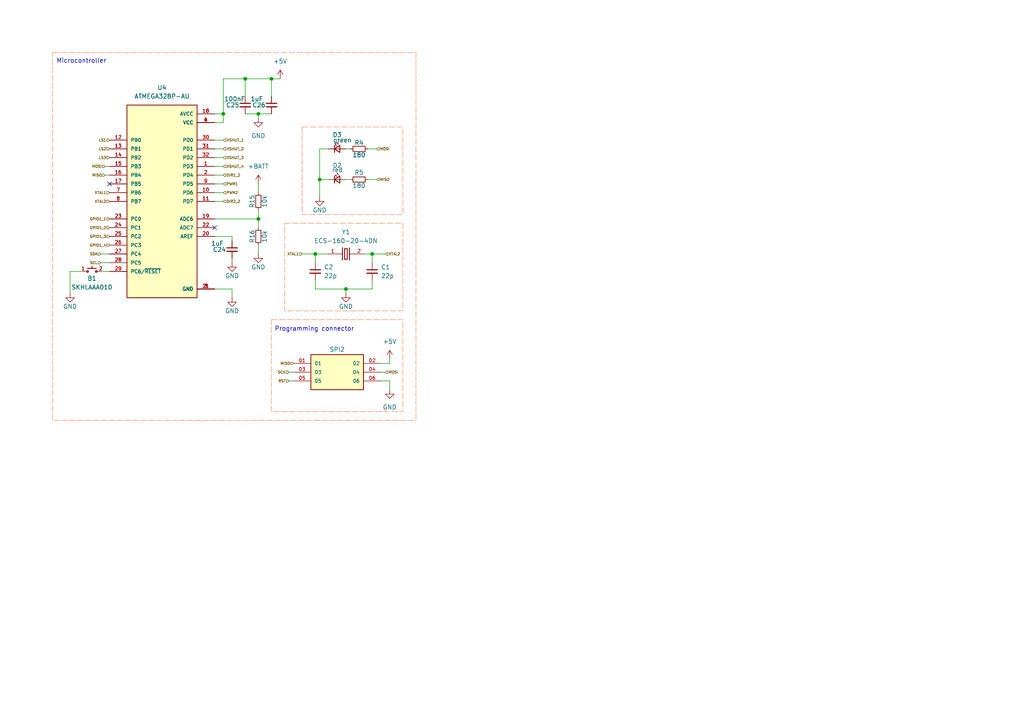
<source format=kicad_sch>
(kicad_sch (version 20231120) (generator "eeschema") (generator_version "8.0")
  (paper "A4")
  (lib_symbols
    (symbol "ATMEGA328P-AU:ATMEGA328P-AU" (pin_names (offset 1.016))
      (property "Reference" "U" (at -10.1755 29.2546 0))
      (property "Value" "ATMEGA328P-AU" (at -10.1669 -31.7714 0))
      (symbol "ATMEGA328P-AU_0_0"
        (rectangle (start -10.16 -27.94) (end 10.16 27.94) (stroke (width 0.254)) (fill (type background)))
        (pin bidirectional line (at 15.24 10.16 180) (length 5.08) (name "PD3") (number "1"))
        (pin bidirectional line (at 15.24 2.54 180) (length 5.08) (name "PD6") (number "10"))
        (pin bidirectional line (at 15.24 0 180) (length 5.08) (name "PD7") (number "11"))
        (pin bidirectional line (at -15.24 17.78 0) (length 5.08) (name "PB0") (number "12"))
        (pin bidirectional line (at -15.24 15.24 0) (length 5.08) (name "PB1") (number "13"))
        (pin bidirectional line (at -15.24 12.7 0) (length 5.08) (name "PB2") (number "14"))
        (pin bidirectional line (at -15.24 10.16 0) (length 5.08) (name "PB3") (number "15"))
        (pin bidirectional line (at -15.24 7.62 0) (length 5.08) (name "PB4") (number "16"))
        (pin bidirectional line (at -15.24 5.08 0) (length 5.08) (name "PB5") (number "17"))
        (pin power_in line (at 15.24 25.4 180) (length 5.08) (name "AVCC") (number "18"))
        (pin bidirectional line (at 15.24 -5.08 180) (length 5.08) (name "ADC6") (number "19"))
        (pin bidirectional line (at 15.24 7.62 180) (length 5.08) (name "PD4") (number "2"))
        (pin input line (at 15.24 -10.16 180) (length 5.08) (name "AREF") (number "20"))
        (pin power_in line (at 15.24 -25.4 180) (length 5.08) (name "GND") (number "21"))
        (pin bidirectional line (at 15.24 -7.62 180) (length 5.08) (name "ADC7") (number "22"))
        (pin bidirectional line (at -15.24 -5.08 0) (length 5.08) (name "PC0") (number "23"))
        (pin bidirectional line (at -15.24 -7.62 0) (length 5.08) (name "PC1") (number "24"))
        (pin bidirectional line (at -15.24 -10.16 0) (length 5.08) (name "PC2") (number "25"))
        (pin bidirectional line (at -15.24 -12.7 0) (length 5.08) (name "PC3") (number "26"))
        (pin bidirectional line (at -15.24 -15.24 0) (length 5.08) (name "PC4") (number "27"))
        (pin bidirectional line (at -15.24 -17.78 0) (length 5.08) (name "PC5") (number "28"))
        (pin bidirectional line (at -15.24 -20.32 0) (length 5.08) (name "PC6/~{RESET}") (number "29"))
        (pin power_in line (at 15.24 -25.4 180) (length 5.08) (name "GND") (number "3"))
        (pin bidirectional line (at 15.24 17.78 180) (length 5.08) (name "PD0") (number "30"))
        (pin bidirectional line (at 15.24 15.24 180) (length 5.08) (name "PD1") (number "31"))
        (pin bidirectional line (at 15.24 12.7 180) (length 5.08) (name "PD2") (number "32"))
        (pin power_in line (at 15.24 22.86 180) (length 5.08) (name "VCC") (number "4"))
        (pin power_in line (at 15.24 -25.4 180) (length 5.08) (name "GND") (number "5"))
        (pin power_in line (at 15.24 22.86 180) (length 5.08) (name "VCC") (number "6"))
        (pin bidirectional line (at -15.24 2.54 0) (length 5.08) (name "PB6") (number "7"))
        (pin bidirectional line (at -15.24 0 0) (length 5.08) (name "PB7") (number "8"))
        (pin bidirectional line (at 15.24 5.08 180) (length 5.08) (name "PD5") (number "9"))
      )
    )
    (symbol "Device:C_Small" (pin_numbers hide) (pin_names (offset 0.254) hide)
      (property "Reference" "C" (at 0.254 1.778 0))
      (property "Value" "C_Small" (at 0.254 -2.032 0))
      (symbol "C_Small_0_1"
        (polyline (pts (xy -1.524 -0.508) (xy 1.524 -0.508)) (stroke (width 0.3302)))
        (polyline (pts (xy -1.524 0.508) (xy 1.524 0.508)) (stroke (width 0.3048)))
      )
      (symbol "C_Small_1_1"
        (pin passive line (at 0 2.54 270) (length 2.032) (name "~") (number "1"))
        (pin passive line (at 0 -2.54 90) (length 2.032) (name "~") (number "2"))
      )
    )
    (symbol "Device:LED_Small" (pin_numbers hide) (pin_names (offset 0.254) hide)
      (property "Reference" "D" (at -1.27 3.175 0))
      (property "Value" "LED_Small" (at -4.445 -2.54 0))
      (symbol "LED_Small_0_1"
        (polyline (pts (xy -0.762 -1.016) (xy -0.762 1.016)) (stroke (width 0.254)))
        (polyline (pts (xy 1.016 0) (xy -0.762 0)))
        (polyline (pts (xy 0.762 -1.016) (xy -0.762 0) (xy 0.762 1.016) (xy 0.762 -1.016)) (stroke (width 0.254)))
        (polyline (pts (xy 0 0.762) (xy -0.508 1.27) (xy -0.254 1.27) (xy -0.508 1.27) (xy -0.508 1.016)))
        (polyline (pts (xy 0.508 1.27) (xy 0 1.778) (xy 0.254 1.778) (xy 0 1.778) (xy 0 1.524)))
      )
      (symbol "LED_Small_1_1"
        (pin passive line (at -2.54 0 0) (length 1.778) (name "K") (number "1"))
        (pin passive line (at 2.54 0 180) (length 1.778) (name "A") (number "2"))
      )
    )
    (symbol "Device:R_Small" (pin_numbers hide) (pin_names (offset 0.254) hide)
      (property "Reference" "R" (at 0.762 0.508 0))
      (property "Value" "R_Small" (at 0.762 -1.016 0))
      (symbol "R_Small_0_1"
        (rectangle (start -0.762 1.778) (end 0.762 -1.778) (stroke (width 0.2032)))
      )
      (symbol "R_Small_1_1"
        (pin passive line (at 0 2.54 270) (length 0.762) (name "~") (number "1"))
        (pin passive line (at 0 -2.54 90) (length 0.762) (name "~") (number "2"))
      )
    )
    (symbol "ECS-160-20-4DN:ECS-160-20-4DN" (pin_names (offset 1.016))
      (property "Reference" "Y" (at -4.5769 2.2885 0))
      (property "Value" "ECS-160-20-4DN" (at -4.323 -4.5773 0))
      (symbol "ECS-160-20-4DN_0_0"
        (polyline (pts (xy -2.54 0) (xy -1.016 0)) (stroke (width 0.1524)))
        (polyline (pts (xy -1.016 1.778) (xy -1.016 -1.778)) (stroke (width 0.254)))
        (polyline (pts (xy -0.381 -1.524) (xy 0.381 -1.524)) (stroke (width 0.254)))
        (polyline (pts (xy -0.381 1.524) (xy -0.381 -1.524)) (stroke (width 0.254)))
        (polyline (pts (xy 0.381 -1.524) (xy 0.381 1.524)) (stroke (width 0.254)))
        (polyline (pts (xy 0.381 1.524) (xy -0.381 1.524)) (stroke (width 0.254)))
        (polyline (pts (xy 1.016 0) (xy 2.54 0)) (stroke (width 0.1524)))
        (polyline (pts (xy 1.016 1.778) (xy 1.016 -1.778)) (stroke (width 0.254)))
        (pin passive line (at -5.08 0 0) (length 2.54) (name "~") (number "1"))
        (pin passive line (at 5.08 0 180) (length 2.54) (name "~") (number "2"))
      )
    )
    (symbol "MTSW-103-23-F-D-230:MTSW-103-23-F-D-230" (pin_names (offset 1.016))
      (property "Reference" "J" (at -8.12 5.08 0))
      (property "Value" "MTSW-103-23-F-D-230" (at -7.62 -7.62 0))
      (symbol "MTSW-103-23-F-D-230_0_0"
        (rectangle (start -7.62 -5.08) (end 7.62 5.08) (stroke (width 0.254)) (fill (type background)))
        (pin passive line (at -12.7 2.54 0) (length 5.08) (name "01") (number "01"))
        (pin passive line (at 12.7 2.54 180) (length 5.08) (name "02") (number "02"))
        (pin passive line (at -12.7 0 0) (length 5.08) (name "03") (number "03"))
        (pin passive line (at 12.7 0 180) (length 5.08) (name "04") (number "04"))
        (pin passive line (at -12.7 -2.54 0) (length 5.08) (name "05") (number "05"))
        (pin passive line (at 12.7 -2.54 180) (length 5.08) (name "06") (number "06"))
      )
    )
    (symbol "SKHLAAA010:SKHLAAA010" (pin_names (offset 1.016))
      (property "Reference" "B" (at -2.5409 2.5409 0))
      (property "Value" "SKHLAAA010" (at -2.5427 -2.5427 0))
      (symbol "SKHLAAA010_0_0"
        (circle (center -1.27 0) (radius 0.254) (stroke (width 0.254)))
        (polyline (pts (xy -2.54 0) (xy -1.27 0)) (stroke (width 0.1524)))
        (polyline (pts (xy -1.27 0.889) (xy 0 0.889)) (stroke (width 0.254)))
        (polyline (pts (xy 0 0.889) (xy 0 1.524)) (stroke (width 0.254)))
        (polyline (pts (xy 0 0.889) (xy 1.27 0.889)) (stroke (width 0.254)))
        (polyline (pts (xy 1.27 0) (xy 2.54 0)) (stroke (width 0.1524)))
        (circle (center 1.27 0) (radius 0.254) (stroke (width 0.254)))
        (pin bidirectional line (at -2.54 0 0) (length 0) (name "~") (number "1"))
        (pin bidirectional line (at 2.54 0 180) (length 0) (name "~") (number "2"))
      )
    )
    (symbol "power:+5V" (power) (pin_numbers hide) (pin_names (offset 0) hide)
      (property "Value" "+5V" (at 0 3.556 0))
      (symbol "+5V_0_1"
        (polyline (pts (xy -0.762 1.27) (xy 0 2.54)))
        (polyline (pts (xy 0 0) (xy 0 2.54)))
        (polyline (pts (xy 0 2.54) (xy 0.762 1.27)))
      )
      (symbol "+5V_1_1"
        (pin power_in line (at 0 0 90) (length 0) (name "~") (number "1"))
      )
    )
    (symbol "power:+BATT" (power) (pin_numbers hide) (pin_names (offset 0) hide)
      (property "Value" "+BATT" (at 0 3.556 0))
      (symbol "+BATT_0_1"
        (polyline (pts (xy -0.762 1.27) (xy 0 2.54)))
        (polyline (pts (xy 0 0) (xy 0 2.54)))
        (polyline (pts (xy 0 2.54) (xy 0.762 1.27)))
      )
      (symbol "+BATT_1_1"
        (pin power_in line (at 0 0 90) (length 0) (name "~") (number "1"))
      )
    )
    (symbol "power:GND" (power) (pin_numbers hide) (pin_names (offset 0) hide)
      (property "Value" "GND" (at 0 -3.81 0))
      (symbol "GND_0_1"
        (polyline (pts (xy 0 0) (xy 0 -1.27) (xy 1.27 -1.27) (xy 0 -2.54) (xy -1.27 -1.27) (xy 0 -1.27)))
      )
      (symbol "GND_1_1"
        (pin power_in line (at 0 0 270) (length 0) (name "~") (number "1"))
      )
    )
  )
  (junction (at 78.74 22.86))
  (junction (at 91.44 73.66))
  (junction (at 74.93 33.02))
  (junction (at 92.71 52.07))
  (junction (at 74.93 63.5))
  (junction (at 100.33 83.82))
  (junction (at 107.95 73.66))
  (junction (at 64.77 33.02))
  (junction (at 71.12 22.86))
  (no_connect (at 62.23 66.04))
  (no_connect (at 31.75 53.34))
  (wire (pts (xy 62.23 45.72) (xy 64.77 45.72)))
  (wire (pts (xy 110.49 105.41) (xy 113.03 105.41)))
  (wire (pts (xy 92.71 52.07) (xy 92.71 57.15)))
  (wire (pts (xy 78.74 22.86) (xy 81.28 22.86)))
  (wire (pts (xy 62.23 48.26) (xy 64.77 48.26)))
  (wire (pts (xy 20.32 78.74) (xy 20.32 85.09)))
  (wire (pts (xy 64.77 22.86) (xy 64.77 33.02)))
  (wire (pts (xy 105.41 73.66) (xy 107.95 73.66)))
  (wire (pts (xy 29.21 76.2) (xy 31.75 76.2)))
  (wire (pts (xy 100.33 83.82) (xy 107.95 83.82)))
  (wire (pts (xy 67.31 74.93) (xy 67.31 76.2)))
  (wire (pts (xy 74.93 60.96) (xy 74.93 63.5)))
  (wire (pts (xy 92.71 43.18) (xy 92.71 52.07)))
  (wire (pts (xy 109.22 43.18) (xy 106.68 43.18)))
  (wire (pts (xy 62.23 68.58) (xy 67.31 68.58)))
  (wire (pts (xy 92.71 52.07) (xy 95.25 52.07)))
  (wire (pts (xy 91.44 81.28) (xy 91.44 83.82)))
  (wire (pts (xy 87.63 73.66) (xy 91.44 73.66)))
  (wire (pts (xy 30.48 48.26) (xy 31.75 48.26)))
  (wire (pts (xy 91.44 73.66) (xy 95.25 73.66)))
  (wire (pts (xy 71.12 22.86) (xy 78.74 22.86)))
  (wire (pts (xy 71.12 33.02) (xy 74.93 33.02)))
  (wire (pts (xy 64.77 22.86) (xy 71.12 22.86)))
  (wire (pts (xy 74.93 53.34) (xy 74.93 55.88)))
  (wire (pts (xy 113.03 104.14) (xy 113.03 105.41)))
  (wire (pts (xy 107.95 73.66) (xy 107.95 76.2)))
  (wire (pts (xy 62.23 63.5) (xy 74.93 63.5)))
  (wire (pts (xy 64.77 33.02) (xy 64.77 35.56)))
  (wire (pts (xy 29.21 78.74) (xy 31.75 78.74)))
  (wire (pts (xy 24.13 78.74) (xy 20.32 78.74)))
  (wire (pts (xy 64.77 35.56) (xy 62.23 35.56)))
  (wire (pts (xy 62.23 43.18) (xy 64.77 43.18)))
  (wire (pts (xy 74.93 71.12) (xy 74.93 73.66)))
  (wire (pts (xy 71.12 22.86) (xy 71.12 27.94)))
  (wire (pts (xy 113.03 110.49) (xy 113.03 113.03)))
  (wire (pts (xy 74.93 33.02) (xy 78.74 33.02)))
  (wire (pts (xy 91.44 83.82) (xy 100.33 83.82)))
  (wire (pts (xy 62.23 55.88) (xy 64.77 55.88)))
  (wire (pts (xy 107.95 73.66) (xy 111.76 73.66)))
  (wire (pts (xy 110.49 110.49) (xy 113.03 110.49)))
  (wire (pts (xy 62.23 50.8) (xy 64.77 50.8)))
  (wire (pts (xy 110.49 107.95) (xy 111.76 107.95)))
  (wire (pts (xy 62.23 83.82) (xy 67.31 83.82)))
  (wire (pts (xy 74.93 33.02) (xy 74.93 34.29)))
  (wire (pts (xy 62.23 33.02) (xy 64.77 33.02)))
  (wire (pts (xy 30.48 50.8) (xy 31.75 50.8)))
  (wire (pts (xy 109.22 52.07) (xy 106.68 52.07)))
  (wire (pts (xy 107.95 81.28) (xy 107.95 83.82)))
  (wire (pts (xy 95.25 43.18) (xy 92.71 43.18)))
  (wire (pts (xy 101.6 52.07) (xy 100.33 52.07)))
  (wire (pts (xy 91.44 76.2) (xy 91.44 73.66)))
  (wire (pts (xy 62.23 40.64) (xy 64.77 40.64)))
  (wire (pts (xy 74.93 63.5) (xy 74.93 66.04)))
  (wire (pts (xy 78.74 22.86) (xy 78.74 27.94)))
  (wire (pts (xy 100.33 43.18) (xy 101.6 43.18)))
  (wire (pts (xy 83.82 110.49) (xy 85.09 110.49)))
  (wire (pts (xy 67.31 68.58) (xy 67.31 69.85)))
  (wire (pts (xy 62.23 53.34) (xy 64.77 53.34)))
  (wire (pts (xy 67.31 83.82) (xy 67.31 86.36)))
  (wire (pts (xy 100.33 83.82) (xy 100.33 85.09)))
  (wire (pts (xy 62.23 58.42) (xy 64.77 58.42)))
  (wire (pts (xy 29.21 73.66) (xy 31.75 73.66)))
  (wire (pts (xy 83.82 107.95) (xy 85.09 107.95)))
  (rectangle (start 15.24 15.24) (end 120.65 121.92) (stroke (width 0) (type dash) (color 255 133 81 1)))
  (rectangle (start 82.55 64.77) (end 116.84 90.17) (stroke (width 0) (type dash) (color 255 133 81 1)))
  (rectangle (start 78.74 92.71) (end 116.84 119.38) (stroke (width 0) (type dash) (color 255 133 81 1)))
  (rectangle (start 87.63 36.83) (end 116.84 62.23) (stroke (width 0) (type dash) (color 255 133 81 1)))
  (text "Microcontroller\n" (at 23.622 17.78 0) (effects (font (size 1.27 1.27))))
  (text "Programming connector" (at 91.186 95.504 0) (effects (font (size 1.27 1.27))))
  (hierarchical_label "GPIO1_2" (shape input) (at 31.75 66.04 180) (effects (font (size 0.762 0.762))))
  (hierarchical_label "DIR2_2" (shape input) (at 64.77 58.42 0) (effects (font (size 0.762 0.762))))
  (hierarchical_label "XTAL1" (shape input) (at 87.63 73.66 180) (effects (font (size 0.762 0.762))))
  (hierarchical_label "PWM1" (shape input) (at 64.77 53.34 0) (effects (font (size 0.762 0.762))))
  (hierarchical_label "MOSI" (shape input) (at 109.22 43.18 0) (effects (font (size 0.762 0.762))))
  (hierarchical_label "XSHUT_3" (shape input) (at 64.77 45.72 0) (effects (font (size 0.762 0.762))))
  (hierarchical_label "PWM2" (shape input) (at 64.77 55.88 0) (effects (font (size 0.762 0.762))))
  (hierarchical_label "MISO" (shape input) (at 109.22 52.07 0) (effects (font (size 0.762 0.762))))
  (hierarchical_label "MOSI" (shape input) (at 111.76 107.95 0) (effects (font (size 0.762 0.762))))
  (hierarchical_label "MOSI" (shape input) (at 30.48 48.26 180) (effects (font (size 0.762 0.762))))
  (hierarchical_label "GPIO1_3" (shape input) (at 31.75 68.58 180) (effects (font (size 0.762 0.762))))
  (hierarchical_label "XTAL2" (shape input) (at 111.76 73.66 0) (effects (font (size 0.762 0.762))))
  (hierarchical_label "SCL" (shape input) (at 29.21 76.2 180) (effects (font (size 0.762 0.762))))
  (hierarchical_label "MISO" (shape input) (at 30.48 50.8 180) (effects (font (size 0.762 0.762))))
  (hierarchical_label "RST" (shape input) (at 83.82 110.49 180) (effects (font (size 0.762 0.762))))
  (hierarchical_label "GPIO1_4" (shape input) (at 31.75 71.12 180) (effects (font (size 0.762 0.762))))
  (hierarchical_label "SDA" (shape input) (at 29.21 73.66 180) (effects (font (size 0.762 0.762))))
  (hierarchical_label "SCK" (shape input) (at 83.82 107.95 180) (effects (font (size 0.762 0.762))))
  (hierarchical_label "GPIO1_1" (shape input) (at 31.75 63.5 180) (effects (font (size 0.762 0.762))))
  (hierarchical_label "XTAL2" (shape input) (at 31.75 58.42 180) (effects (font (size 0.762 0.762))))
  (hierarchical_label "LS3" (shape input) (at 31.75 45.72 180) (effects (font (size 0.762 0.762))))
  (hierarchical_label "XSHUT_4" (shape input) (at 64.77 48.26 0) (effects (font (size 0.762 0.762))))
  (hierarchical_label "DIR1_2" (shape input) (at 64.77 50.8 0) (effects (font (size 0.762 0.762))))
  (hierarchical_label "XSHUT_1" (shape input) (at 64.77 40.64 0) (effects (font (size 0.762 0.762))))
  (hierarchical_label "MISO" (shape input) (at 85.09 105.41 180) (effects (font (size 0.762 0.762))))
  (hierarchical_label "XTAL1" (shape input) (at 31.75 55.88 180) (effects (font (size 0.762 0.762))))
  (hierarchical_label "LS1" (shape input) (at 31.75 40.64 180) (effects (font (size 0.762 0.762))))
  (hierarchical_label "XSHUT_2" (shape input) (at 64.77 43.18 0) (effects (font (size 0.762 0.762))))
  (hierarchical_label "LS2" (shape input) (at 31.75 43.18 180) (effects (font (size 0.762 0.762))))
  (symbol (lib_id "ATMEGA328P-AU:ATMEGA328P-AU") (at 46.99 58.42 0) (unit 1)
    (property "Reference" "U4" (at 46.99 25.4 0))
    (property "Value" "ATMEGA328P-AU" (at 46.99 27.94 0))
    (property "Footprint" "ATMEGA328P-AU:QFP80P900X900X120-32N" (effects (hide yes)))
    (property "MF" "Microchip" (effects (hide yes)))
    (property "MAXIMUM_PACKAGE_HEIGHT" "1.20mm" (effects (hide yes)))
    (property "Package" "TQFP-32 Microchip" (effects (hide yes)))
    (property "Price" "None" (effects (hide yes)))
    (property "Check_prices" "https://www.snapeda.com/parts/ATMEGA328P-AU/Microchip/view-part/?ref=eda" (effects (hide yes)))
    (property "STANDARD" "IPC-7351B" (effects (hide yes)))
    (property "PARTREV" "8271A" (effects (hide yes)))
    (property "SnapEDA_Link" "https://www.snapeda.com/parts/ATMEGA328P-AU/Microchip/view-part/?ref=snap" (effects (hide yes)))
    (property "MP" "ATMEGA328P-AU" (effects (hide yes)))
    (property "Description_1" "\nAVR AVR® ATmega Microcontroller IC 8-Bit 20MHz 32KB (16K x 16) FLASH 32-TQFP (7x7)\n" (effects (hide yes)))
    (property "Availability" "In Stock" (effects (hide yes)))
    (property "MANUFACTURER" "Microchip" (effects (hide yes)))
  )
  (symbol (lib_id "Device:C_Small") (at 91.44 78.74 0) (unit 1)
    (property "Reference" "C2" (at 93.98 77.4762 0) (effects (justify left)))
    (property "Value" "22p" (at 93.98 80.0162 0) (effects (justify left)))
    (property "Description" "Unpolarized capacitor, small symbol" (effects (hide yes)))
  )
  (symbol (lib_id "power:GND") (at 67.31 86.36 0) (unit 1)
    (property "Reference" "#PWR046" (effects (hide yes)))
    (property "Value" "GND" (at 67.31 90.17 0))
    (property "Description" "Power symbol creates a global label with name \"GND\" , ground" (effects (hide yes)))
  )
  (symbol (lib_id "Device:R_Small") (at 74.93 68.58 180) (unit 1)
    (property "Reference" "R16" (at 73.152 68.58 90))
    (property "Value" "10k" (at 76.708 68.58 90))
    (property "Description" "Resistor, small symbol" (effects (hide yes)))
  )
  (symbol (lib_id "Device:C_Small") (at 71.12 30.48 0) (unit 1)
    (property "Reference" "C25" (at 65.532 30.48 0) (effects (justify left)))
    (property "Value" "100nF" (at 65.024 28.702 0) (effects (justify left)))
    (property "Description" "Unpolarized capacitor, small symbol" (effects (hide yes)))
  )
  (symbol (lib_id "Device:R_Small") (at 74.93 58.42 180) (unit 1)
    (property "Reference" "R15" (at 73.152 58.42 90))
    (property "Value" "10k" (at 76.708 58.42 90))
    (property "Description" "Resistor, small symbol" (effects (hide yes)))
  )
  (symbol (lib_id "Device:C_Small") (at 107.95 78.74 0) (unit 1)
    (property "Reference" "C1" (at 110.49 77.4762 0) (effects (justify left)))
    (property "Value" "22p" (at 110.49 80.0162 0) (effects (justify left)))
    (property "Description" "Unpolarized capacitor, small symbol" (effects (hide yes)))
  )
  (symbol (lib_id "Device:C_Small") (at 78.74 30.48 0) (unit 1)
    (property "Reference" "C26" (at 73.152 30.48 0) (effects (justify left)))
    (property "Value" "1uF" (at 72.644 28.702 0) (effects (justify left)))
    (property "Description" "Unpolarized capacitor, small symbol" (effects (hide yes)))
  )
  (symbol (lib_id "power:+BATT") (at 74.93 53.34 0) (unit 1)
    (property "Reference" "#PWR048" (effects (hide yes)))
    (property "Value" "+BATT" (at 74.93 48.26 0))
    (property "Description" "Power symbol creates a global label with name \"+BATT\"" (effects (hide yes)))
  )
  (symbol (lib_id "power:GND") (at 20.32 85.09 0) (unit 1)
    (property "Reference" "#PWR021" (effects (hide yes)))
    (property "Value" "GND" (at 20.32 88.9 0))
    (property "Description" "Power symbol creates a global label with name \"GND\" , ground" (effects (hide yes)))
  )
  (symbol (lib_id "power:GND") (at 74.93 34.29 0) (unit 1)
    (property "Reference" "#PWR047" (effects (hide yes)))
    (property "Value" "GND" (at 74.93 39.37 0))
    (property "Description" "Power symbol creates a global label with name \"GND\" , ground" (effects (hide yes)))
  )
  (symbol (lib_id "ECS-160-20-4DN:ECS-160-20-4DN") (at 100.33 73.66 0) (unit 1)
    (property "Reference" "Y1" (at 100.33 67.31 0))
    (property "Value" "ECS-160-20-4DN" (at 100.33 69.85 0))
    (property "Footprint" "ECS-160-20-4DN:XTAL_ECS-160-20-4DN" (effects (hide yes)))
    (property "MF" "ECS Inc." (effects (hide yes)))
    (property "Description_1" "\n16 MHz ±30ppm Crystal 20pF 40 Ohms HC-49/US\n" (effects (hide yes)))
    (property "Package" "HC-49US ECS Inc." (effects (hide yes)))
    (property "Price" "None" (effects (hide yes)))
    (property "SnapEDA_Link" "https://www.snapeda.com/parts/ECS-160-20-4DN/ECS+Inc./view-part/?ref=snap" (effects (hide yes)))
    (property "MP" "ECS-160-20-4DN" (effects (hide yes)))
    (property "Availability" "In Stock" (effects (hide yes)))
    (property "Check_prices" "https://www.snapeda.com/parts/ECS-160-20-4DN/ECS+Inc./view-part/?ref=eda" (effects (hide yes)))
  )
  (symbol (lib_id "Device:C_Small") (at 67.31 72.39 0) (unit 1)
    (property "Reference" "C24" (at 61.722 72.39 0) (effects (justify left)))
    (property "Value" "1uF" (at 61.214 70.612 0) (effects (justify left)))
    (property "Description" "Unpolarized capacitor, small symbol" (effects (hide yes)))
  )
  (symbol (lib_id "power:GND") (at 67.31 76.2 0) (unit 1)
    (property "Reference" "#PWR045" (effects (hide yes)))
    (property "Value" "GND" (at 67.31 80.01 0))
    (property "Description" "Power symbol creates a global label with name \"GND\" , ground" (effects (hide yes)))
  )
  (symbol (lib_id "power:GND") (at 92.71 57.15 0) (unit 1)
    (property "Reference" "#PWR014" (effects (hide yes)))
    (property "Value" "GND" (at 92.71 60.96 0))
    (property "Description" "Power symbol creates a global label with name \"GND\" , ground" (effects (hide yes)))
  )
  (symbol (lib_id "MTSW-103-23-F-D-230:MTSW-103-23-F-D-230") (at 97.79 107.95 0) (unit 1)
    (property "Reference" "SPI2" (at 97.79 101.346 0))
    (property "Value" "MTSW-103-23-F-D-230" (effects (hide yes)))
    (property "Footprint" "MTSW-103-23-F-D-230:SAMTEC_MTSW-103-23-F-D-230" (effects (hide yes)))
    (property "MF" "Samtec" (effects (hide yes)))
    (property "Description_1" "\nCONN HEADER VERT 6POS 2.54MM\n" (effects (hide yes)))
    (property "Package" "None" (effects (hide yes)))
    (property "Price" "None" (effects (hide yes)))
    (property "Check_prices" "https://www.snapeda.com/parts/MTSW-103-23-F-D-230/Samtec/view-part/?ref=eda" (effects (hide yes)))
    (property "STANDARD" "Manufacturer Recommendations" (effects (hide yes)))
    (property "PARTREV" "R" (effects (hide yes)))
    (property "SnapEDA_Link" "https://www.snapeda.com/parts/MTSW-103-23-F-D-230/Samtec/view-part/?ref=snap" (effects (hide yes)))
    (property "MP" "MTSW-103-23-F-D-230" (effects (hide yes)))
    (property "Availability" "In Stock" (effects (hide yes)))
    (property "MANUFACTURER" "Samtec" (effects (hide yes)))
  )
  (symbol (lib_id "power:GND") (at 74.93 73.66 0) (unit 1)
    (property "Reference" "#PWR049" (effects (hide yes)))
    (property "Value" "GND" (at 74.93 77.47 0))
    (property "Description" "Power symbol creates a global label with name \"GND\" , ground" (effects (hide yes)))
  )
  (symbol (lib_id "Device:R_Small") (at 104.14 52.07 270) (mirror x) (unit 1)
    (property "Reference" "R5" (at 104.14 50.038 90))
    (property "Value" "180" (at 104.14 53.848 90))
    (property "Description" "Resistor, small symbol" (effects (hide yes)))
  )
  (symbol (lib_id "Device:LED_Small") (at 97.79 43.18 0) (unit 1)
    (property "Reference" "D3" (at 97.79 39.116 0))
    (property "Value" "green" (at 99.314 40.64 0))
    (property "Description" "Light emitting diode, small symbol" (effects (hide yes)))
  )
  (symbol (lib_id "power:+5V") (at 81.28 22.86 0) (unit 1)
    (property "Reference" "#PWR050" (effects (hide yes)))
    (property "Value" "+5V" (at 81.28 17.78 0))
    (property "Description" "Power symbol creates a global label with name \"+5V\"" (effects (hide yes)))
  )
  (symbol (lib_id "power:+5V") (at 113.03 104.14 0) (unit 1)
    (property "Reference" "#PWR02" (effects (hide yes)))
    (property "Value" "+5V" (at 113.03 99.06 0))
    (property "Description" "Power symbol creates a global label with name \"+5V\"" (effects (hide yes)))
  )
  (symbol (lib_id "Device:LED_Small") (at 97.79 52.07 0) (unit 1)
    (property "Reference" "D2" (at 97.79 48.006 0))
    (property "Value" "red" (at 97.8535 49.276 0))
    (property "Description" "Light emitting diode, small symbol" (effects (hide yes)))
  )
  (symbol (lib_id "power:GND") (at 113.03 113.03 0) (unit 1)
    (property "Reference" "#PWR05" (effects (hide yes)))
    (property "Value" "GND" (at 113.03 118.11 0))
    (property "Description" "Power symbol creates a global label with name \"GND\" , ground" (effects (hide yes)))
  )
  (symbol (lib_id "Device:R_Small") (at 104.14 43.18 270) (mirror x) (unit 1)
    (property "Reference" "R4" (at 104.14 41.402 90))
    (property "Value" "180" (at 104.14 44.958 90))
    (property "Description" "Resistor, small symbol" (effects (hide yes)))
  )
  (symbol (lib_id "power:GND") (at 100.33 85.09 0) (unit 1)
    (property "Reference" "#PWR022" (effects (hide yes)))
    (property "Value" "GND" (at 100.33 88.9 0))
    (property "Description" "Power symbol creates a global label with name \"GND\" , ground" (effects (hide yes)))
  )
  (symbol (lib_id "SKHLAAA010:SKHLAAA010") (at 26.67 78.74 0) (unit 1)
    (property "Reference" "B1" (at 26.67 80.772 0))
    (property "Value" "SKHLAAA010" (at 26.67 83.312 0))
    (property "Footprint" "SKHLAAA010:SKHLAAA010" (effects (hide yes)))
    (property "MF" "ALPS" (effects (hide yes)))
    (property "Description_1" "\nSingle Pole Single Throw Tactile Pushbutton Switch Off Momentaty (On)\n" (effects (hide yes)))
    (property "Package" "None" (effects (hide yes)))
    (property "Price" "None" (effects (hide yes)))
    (property "SnapEDA_Link" "https://www.snapeda.com/parts/SKHLAAA010/ALPS/view-part/?ref=snap" (effects (hide yes)))
    (property "MP" "SKHLAAA010" (effects (hide yes)))
    (property "Purchase-URL" "https://www.snapeda.com/api/url_track_click_mouser/?unipart_id=592005&manufacturer=ALPS&part_name=SKHLAAA010&search_term=tactile push button switch" (effects (hide yes)))
    (property "Availability" "In Stock" (effects (hide yes)))
    (property "Check_prices" "https://www.snapeda.com/parts/SKHLAAA010/ALPS/view-part/?ref=eda" (effects (hide yes)))
  )
)
</source>
